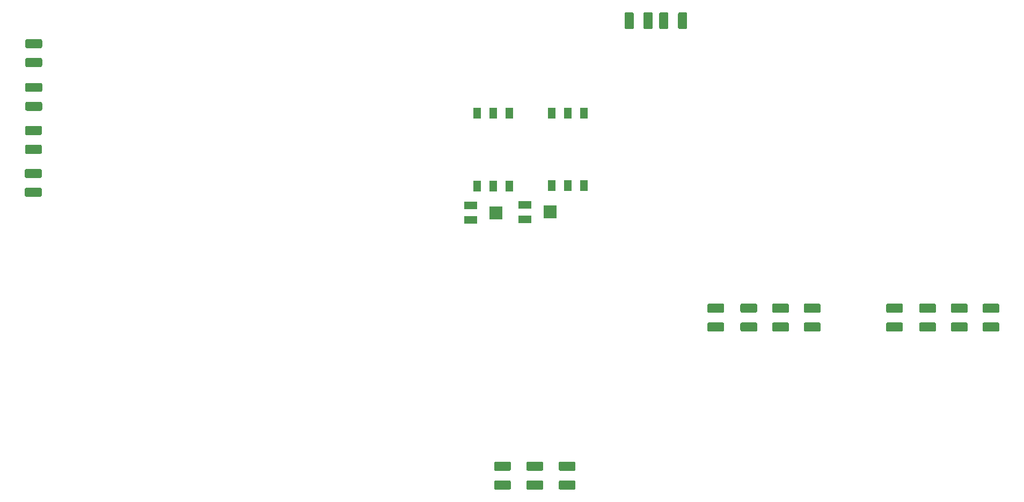
<source format=gtp>
G04 #@! TF.GenerationSoftware,KiCad,Pcbnew,5.1.5+dfsg1-2build2*
G04 #@! TF.CreationDate,2020-11-12T16:29:49+01:00*
G04 #@! TF.ProjectId,motherboard,6d6f7468-6572-4626-9f61-72642e6b6963,v0.3*
G04 #@! TF.SameCoordinates,Original*
G04 #@! TF.FileFunction,Paste,Top*
G04 #@! TF.FilePolarity,Positive*
%FSLAX46Y46*%
G04 Gerber Fmt 4.6, Leading zero omitted, Abs format (unit mm)*
G04 Created by KiCad (PCBNEW 5.1.5+dfsg1-2build2) date 2020-11-12 16:29:49*
%MOMM*%
%LPD*%
G04 APERTURE LIST*
%ADD10C,0.150000*%
%ADD11R,1.200000X1.800000*%
%ADD12R,2.000000X1.300000*%
%ADD13R,2.000000X2.000000*%
G04 APERTURE END LIST*
D10*
G36*
X123574504Y-64851204D02*
G01*
X123598773Y-64854804D01*
X123622571Y-64860765D01*
X123645671Y-64869030D01*
X123667849Y-64879520D01*
X123688893Y-64892133D01*
X123708598Y-64906747D01*
X123726777Y-64923223D01*
X123743253Y-64941402D01*
X123757867Y-64961107D01*
X123770480Y-64982151D01*
X123780970Y-65004329D01*
X123789235Y-65027429D01*
X123795196Y-65051227D01*
X123798796Y-65075496D01*
X123800000Y-65100000D01*
X123800000Y-67250000D01*
X123798796Y-67274504D01*
X123795196Y-67298773D01*
X123789235Y-67322571D01*
X123780970Y-67345671D01*
X123770480Y-67367849D01*
X123757867Y-67388893D01*
X123743253Y-67408598D01*
X123726777Y-67426777D01*
X123708598Y-67443253D01*
X123688893Y-67457867D01*
X123667849Y-67470480D01*
X123645671Y-67480970D01*
X123622571Y-67489235D01*
X123598773Y-67495196D01*
X123574504Y-67498796D01*
X123550000Y-67500000D01*
X122625000Y-67500000D01*
X122600496Y-67498796D01*
X122576227Y-67495196D01*
X122552429Y-67489235D01*
X122529329Y-67480970D01*
X122507151Y-67470480D01*
X122486107Y-67457867D01*
X122466402Y-67443253D01*
X122448223Y-67426777D01*
X122431747Y-67408598D01*
X122417133Y-67388893D01*
X122404520Y-67367849D01*
X122394030Y-67345671D01*
X122385765Y-67322571D01*
X122379804Y-67298773D01*
X122376204Y-67274504D01*
X122375000Y-67250000D01*
X122375000Y-65100000D01*
X122376204Y-65075496D01*
X122379804Y-65051227D01*
X122385765Y-65027429D01*
X122394030Y-65004329D01*
X122404520Y-64982151D01*
X122417133Y-64961107D01*
X122431747Y-64941402D01*
X122448223Y-64923223D01*
X122466402Y-64906747D01*
X122486107Y-64892133D01*
X122507151Y-64879520D01*
X122529329Y-64869030D01*
X122552429Y-64860765D01*
X122576227Y-64854804D01*
X122600496Y-64851204D01*
X122625000Y-64850000D01*
X123550000Y-64850000D01*
X123574504Y-64851204D01*
G37*
G36*
X126549504Y-64851204D02*
G01*
X126573773Y-64854804D01*
X126597571Y-64860765D01*
X126620671Y-64869030D01*
X126642849Y-64879520D01*
X126663893Y-64892133D01*
X126683598Y-64906747D01*
X126701777Y-64923223D01*
X126718253Y-64941402D01*
X126732867Y-64961107D01*
X126745480Y-64982151D01*
X126755970Y-65004329D01*
X126764235Y-65027429D01*
X126770196Y-65051227D01*
X126773796Y-65075496D01*
X126775000Y-65100000D01*
X126775000Y-67250000D01*
X126773796Y-67274504D01*
X126770196Y-67298773D01*
X126764235Y-67322571D01*
X126755970Y-67345671D01*
X126745480Y-67367849D01*
X126732867Y-67388893D01*
X126718253Y-67408598D01*
X126701777Y-67426777D01*
X126683598Y-67443253D01*
X126663893Y-67457867D01*
X126642849Y-67470480D01*
X126620671Y-67480970D01*
X126597571Y-67489235D01*
X126573773Y-67495196D01*
X126549504Y-67498796D01*
X126525000Y-67500000D01*
X125600000Y-67500000D01*
X125575496Y-67498796D01*
X125551227Y-67495196D01*
X125527429Y-67489235D01*
X125504329Y-67480970D01*
X125482151Y-67470480D01*
X125461107Y-67457867D01*
X125441402Y-67443253D01*
X125423223Y-67426777D01*
X125406747Y-67408598D01*
X125392133Y-67388893D01*
X125379520Y-67367849D01*
X125369030Y-67345671D01*
X125360765Y-67322571D01*
X125354804Y-67298773D01*
X125351204Y-67274504D01*
X125350000Y-67250000D01*
X125350000Y-65100000D01*
X125351204Y-65075496D01*
X125354804Y-65051227D01*
X125360765Y-65027429D01*
X125369030Y-65004329D01*
X125379520Y-64982151D01*
X125392133Y-64961107D01*
X125406747Y-64941402D01*
X125423223Y-64923223D01*
X125441402Y-64906747D01*
X125461107Y-64892133D01*
X125482151Y-64879520D01*
X125504329Y-64869030D01*
X125527429Y-64860765D01*
X125551227Y-64854804D01*
X125575496Y-64851204D01*
X125600000Y-64850000D01*
X126525000Y-64850000D01*
X126549504Y-64851204D01*
G37*
G36*
X131999504Y-64851204D02*
G01*
X132023773Y-64854804D01*
X132047571Y-64860765D01*
X132070671Y-64869030D01*
X132092849Y-64879520D01*
X132113893Y-64892133D01*
X132133598Y-64906747D01*
X132151777Y-64923223D01*
X132168253Y-64941402D01*
X132182867Y-64961107D01*
X132195480Y-64982151D01*
X132205970Y-65004329D01*
X132214235Y-65027429D01*
X132220196Y-65051227D01*
X132223796Y-65075496D01*
X132225000Y-65100000D01*
X132225000Y-67250000D01*
X132223796Y-67274504D01*
X132220196Y-67298773D01*
X132214235Y-67322571D01*
X132205970Y-67345671D01*
X132195480Y-67367849D01*
X132182867Y-67388893D01*
X132168253Y-67408598D01*
X132151777Y-67426777D01*
X132133598Y-67443253D01*
X132113893Y-67457867D01*
X132092849Y-67470480D01*
X132070671Y-67480970D01*
X132047571Y-67489235D01*
X132023773Y-67495196D01*
X131999504Y-67498796D01*
X131975000Y-67500000D01*
X131050000Y-67500000D01*
X131025496Y-67498796D01*
X131001227Y-67495196D01*
X130977429Y-67489235D01*
X130954329Y-67480970D01*
X130932151Y-67470480D01*
X130911107Y-67457867D01*
X130891402Y-67443253D01*
X130873223Y-67426777D01*
X130856747Y-67408598D01*
X130842133Y-67388893D01*
X130829520Y-67367849D01*
X130819030Y-67345671D01*
X130810765Y-67322571D01*
X130804804Y-67298773D01*
X130801204Y-67274504D01*
X130800000Y-67250000D01*
X130800000Y-65100000D01*
X130801204Y-65075496D01*
X130804804Y-65051227D01*
X130810765Y-65027429D01*
X130819030Y-65004329D01*
X130829520Y-64982151D01*
X130842133Y-64961107D01*
X130856747Y-64941402D01*
X130873223Y-64923223D01*
X130891402Y-64906747D01*
X130911107Y-64892133D01*
X130932151Y-64879520D01*
X130954329Y-64869030D01*
X130977429Y-64860765D01*
X131001227Y-64854804D01*
X131025496Y-64851204D01*
X131050000Y-64850000D01*
X131975000Y-64850000D01*
X131999504Y-64851204D01*
G37*
G36*
X129024504Y-64851204D02*
G01*
X129048773Y-64854804D01*
X129072571Y-64860765D01*
X129095671Y-64869030D01*
X129117849Y-64879520D01*
X129138893Y-64892133D01*
X129158598Y-64906747D01*
X129176777Y-64923223D01*
X129193253Y-64941402D01*
X129207867Y-64961107D01*
X129220480Y-64982151D01*
X129230970Y-65004329D01*
X129239235Y-65027429D01*
X129245196Y-65051227D01*
X129248796Y-65075496D01*
X129250000Y-65100000D01*
X129250000Y-67250000D01*
X129248796Y-67274504D01*
X129245196Y-67298773D01*
X129239235Y-67322571D01*
X129230970Y-67345671D01*
X129220480Y-67367849D01*
X129207867Y-67388893D01*
X129193253Y-67408598D01*
X129176777Y-67426777D01*
X129158598Y-67443253D01*
X129138893Y-67457867D01*
X129117849Y-67470480D01*
X129095671Y-67480970D01*
X129072571Y-67489235D01*
X129048773Y-67495196D01*
X129024504Y-67498796D01*
X129000000Y-67500000D01*
X128075000Y-67500000D01*
X128050496Y-67498796D01*
X128026227Y-67495196D01*
X128002429Y-67489235D01*
X127979329Y-67480970D01*
X127957151Y-67470480D01*
X127936107Y-67457867D01*
X127916402Y-67443253D01*
X127898223Y-67426777D01*
X127881747Y-67408598D01*
X127867133Y-67388893D01*
X127854520Y-67367849D01*
X127844030Y-67345671D01*
X127835765Y-67322571D01*
X127829804Y-67298773D01*
X127826204Y-67274504D01*
X127825000Y-67250000D01*
X127825000Y-65100000D01*
X127826204Y-65075496D01*
X127829804Y-65051227D01*
X127835765Y-65027429D01*
X127844030Y-65004329D01*
X127854520Y-64982151D01*
X127867133Y-64961107D01*
X127881747Y-64941402D01*
X127898223Y-64923223D01*
X127916402Y-64906747D01*
X127936107Y-64892133D01*
X127957151Y-64879520D01*
X127979329Y-64869030D01*
X128002429Y-64860765D01*
X128026227Y-64854804D01*
X128050496Y-64851204D01*
X128075000Y-64850000D01*
X129000000Y-64850000D01*
X129024504Y-64851204D01*
G37*
G36*
X30249504Y-76001204D02*
G01*
X30273773Y-76004804D01*
X30297571Y-76010765D01*
X30320671Y-76019030D01*
X30342849Y-76029520D01*
X30363893Y-76042133D01*
X30383598Y-76056747D01*
X30401777Y-76073223D01*
X30418253Y-76091402D01*
X30432867Y-76111107D01*
X30445480Y-76132151D01*
X30455970Y-76154329D01*
X30464235Y-76177429D01*
X30470196Y-76201227D01*
X30473796Y-76225496D01*
X30475000Y-76250000D01*
X30475000Y-77175000D01*
X30473796Y-77199504D01*
X30470196Y-77223773D01*
X30464235Y-77247571D01*
X30455970Y-77270671D01*
X30445480Y-77292849D01*
X30432867Y-77313893D01*
X30418253Y-77333598D01*
X30401777Y-77351777D01*
X30383598Y-77368253D01*
X30363893Y-77382867D01*
X30342849Y-77395480D01*
X30320671Y-77405970D01*
X30297571Y-77414235D01*
X30273773Y-77420196D01*
X30249504Y-77423796D01*
X30225000Y-77425000D01*
X28075000Y-77425000D01*
X28050496Y-77423796D01*
X28026227Y-77420196D01*
X28002429Y-77414235D01*
X27979329Y-77405970D01*
X27957151Y-77395480D01*
X27936107Y-77382867D01*
X27916402Y-77368253D01*
X27898223Y-77351777D01*
X27881747Y-77333598D01*
X27867133Y-77313893D01*
X27854520Y-77292849D01*
X27844030Y-77270671D01*
X27835765Y-77247571D01*
X27829804Y-77223773D01*
X27826204Y-77199504D01*
X27825000Y-77175000D01*
X27825000Y-76250000D01*
X27826204Y-76225496D01*
X27829804Y-76201227D01*
X27835765Y-76177429D01*
X27844030Y-76154329D01*
X27854520Y-76132151D01*
X27867133Y-76111107D01*
X27881747Y-76091402D01*
X27898223Y-76073223D01*
X27916402Y-76056747D01*
X27936107Y-76042133D01*
X27957151Y-76029520D01*
X27979329Y-76019030D01*
X28002429Y-76010765D01*
X28026227Y-76004804D01*
X28050496Y-76001204D01*
X28075000Y-76000000D01*
X30225000Y-76000000D01*
X30249504Y-76001204D01*
G37*
G36*
X30249504Y-78976204D02*
G01*
X30273773Y-78979804D01*
X30297571Y-78985765D01*
X30320671Y-78994030D01*
X30342849Y-79004520D01*
X30363893Y-79017133D01*
X30383598Y-79031747D01*
X30401777Y-79048223D01*
X30418253Y-79066402D01*
X30432867Y-79086107D01*
X30445480Y-79107151D01*
X30455970Y-79129329D01*
X30464235Y-79152429D01*
X30470196Y-79176227D01*
X30473796Y-79200496D01*
X30475000Y-79225000D01*
X30475000Y-80150000D01*
X30473796Y-80174504D01*
X30470196Y-80198773D01*
X30464235Y-80222571D01*
X30455970Y-80245671D01*
X30445480Y-80267849D01*
X30432867Y-80288893D01*
X30418253Y-80308598D01*
X30401777Y-80326777D01*
X30383598Y-80343253D01*
X30363893Y-80357867D01*
X30342849Y-80370480D01*
X30320671Y-80380970D01*
X30297571Y-80389235D01*
X30273773Y-80395196D01*
X30249504Y-80398796D01*
X30225000Y-80400000D01*
X28075000Y-80400000D01*
X28050496Y-80398796D01*
X28026227Y-80395196D01*
X28002429Y-80389235D01*
X27979329Y-80380970D01*
X27957151Y-80370480D01*
X27936107Y-80357867D01*
X27916402Y-80343253D01*
X27898223Y-80326777D01*
X27881747Y-80308598D01*
X27867133Y-80288893D01*
X27854520Y-80267849D01*
X27844030Y-80245671D01*
X27835765Y-80222571D01*
X27829804Y-80198773D01*
X27826204Y-80174504D01*
X27825000Y-80150000D01*
X27825000Y-79225000D01*
X27826204Y-79200496D01*
X27829804Y-79176227D01*
X27835765Y-79152429D01*
X27844030Y-79129329D01*
X27854520Y-79107151D01*
X27867133Y-79086107D01*
X27881747Y-79066402D01*
X27898223Y-79048223D01*
X27916402Y-79031747D01*
X27936107Y-79017133D01*
X27957151Y-79004520D01*
X27979329Y-78994030D01*
X28002429Y-78985765D01*
X28026227Y-78979804D01*
X28050496Y-78976204D01*
X28075000Y-78975000D01*
X30225000Y-78975000D01*
X30249504Y-78976204D01*
G37*
G36*
X30174504Y-89576204D02*
G01*
X30198773Y-89579804D01*
X30222571Y-89585765D01*
X30245671Y-89594030D01*
X30267849Y-89604520D01*
X30288893Y-89617133D01*
X30308598Y-89631747D01*
X30326777Y-89648223D01*
X30343253Y-89666402D01*
X30357867Y-89686107D01*
X30370480Y-89707151D01*
X30380970Y-89729329D01*
X30389235Y-89752429D01*
X30395196Y-89776227D01*
X30398796Y-89800496D01*
X30400000Y-89825000D01*
X30400000Y-90750000D01*
X30398796Y-90774504D01*
X30395196Y-90798773D01*
X30389235Y-90822571D01*
X30380970Y-90845671D01*
X30370480Y-90867849D01*
X30357867Y-90888893D01*
X30343253Y-90908598D01*
X30326777Y-90926777D01*
X30308598Y-90943253D01*
X30288893Y-90957867D01*
X30267849Y-90970480D01*
X30245671Y-90980970D01*
X30222571Y-90989235D01*
X30198773Y-90995196D01*
X30174504Y-90998796D01*
X30150000Y-91000000D01*
X28000000Y-91000000D01*
X27975496Y-90998796D01*
X27951227Y-90995196D01*
X27927429Y-90989235D01*
X27904329Y-90980970D01*
X27882151Y-90970480D01*
X27861107Y-90957867D01*
X27841402Y-90943253D01*
X27823223Y-90926777D01*
X27806747Y-90908598D01*
X27792133Y-90888893D01*
X27779520Y-90867849D01*
X27769030Y-90845671D01*
X27760765Y-90822571D01*
X27754804Y-90798773D01*
X27751204Y-90774504D01*
X27750000Y-90750000D01*
X27750000Y-89825000D01*
X27751204Y-89800496D01*
X27754804Y-89776227D01*
X27760765Y-89752429D01*
X27769030Y-89729329D01*
X27779520Y-89707151D01*
X27792133Y-89686107D01*
X27806747Y-89666402D01*
X27823223Y-89648223D01*
X27841402Y-89631747D01*
X27861107Y-89617133D01*
X27882151Y-89604520D01*
X27904329Y-89594030D01*
X27927429Y-89585765D01*
X27951227Y-89579804D01*
X27975496Y-89576204D01*
X28000000Y-89575000D01*
X30150000Y-89575000D01*
X30174504Y-89576204D01*
G37*
G36*
X30174504Y-92551204D02*
G01*
X30198773Y-92554804D01*
X30222571Y-92560765D01*
X30245671Y-92569030D01*
X30267849Y-92579520D01*
X30288893Y-92592133D01*
X30308598Y-92606747D01*
X30326777Y-92623223D01*
X30343253Y-92641402D01*
X30357867Y-92661107D01*
X30370480Y-92682151D01*
X30380970Y-92704329D01*
X30389235Y-92727429D01*
X30395196Y-92751227D01*
X30398796Y-92775496D01*
X30400000Y-92800000D01*
X30400000Y-93725000D01*
X30398796Y-93749504D01*
X30395196Y-93773773D01*
X30389235Y-93797571D01*
X30380970Y-93820671D01*
X30370480Y-93842849D01*
X30357867Y-93863893D01*
X30343253Y-93883598D01*
X30326777Y-93901777D01*
X30308598Y-93918253D01*
X30288893Y-93932867D01*
X30267849Y-93945480D01*
X30245671Y-93955970D01*
X30222571Y-93964235D01*
X30198773Y-93970196D01*
X30174504Y-93973796D01*
X30150000Y-93975000D01*
X28000000Y-93975000D01*
X27975496Y-93973796D01*
X27951227Y-93970196D01*
X27927429Y-93964235D01*
X27904329Y-93955970D01*
X27882151Y-93945480D01*
X27861107Y-93932867D01*
X27841402Y-93918253D01*
X27823223Y-93901777D01*
X27806747Y-93883598D01*
X27792133Y-93863893D01*
X27779520Y-93842849D01*
X27769030Y-93820671D01*
X27760765Y-93797571D01*
X27754804Y-93773773D01*
X27751204Y-93749504D01*
X27750000Y-93725000D01*
X27750000Y-92800000D01*
X27751204Y-92775496D01*
X27754804Y-92751227D01*
X27760765Y-92727429D01*
X27769030Y-92704329D01*
X27779520Y-92682151D01*
X27792133Y-92661107D01*
X27806747Y-92641402D01*
X27823223Y-92623223D01*
X27841402Y-92606747D01*
X27861107Y-92592133D01*
X27882151Y-92579520D01*
X27904329Y-92569030D01*
X27927429Y-92560765D01*
X27951227Y-92554804D01*
X27975496Y-92551204D01*
X28000000Y-92550000D01*
X30150000Y-92550000D01*
X30174504Y-92551204D01*
G37*
G36*
X30249504Y-69101204D02*
G01*
X30273773Y-69104804D01*
X30297571Y-69110765D01*
X30320671Y-69119030D01*
X30342849Y-69129520D01*
X30363893Y-69142133D01*
X30383598Y-69156747D01*
X30401777Y-69173223D01*
X30418253Y-69191402D01*
X30432867Y-69211107D01*
X30445480Y-69232151D01*
X30455970Y-69254329D01*
X30464235Y-69277429D01*
X30470196Y-69301227D01*
X30473796Y-69325496D01*
X30475000Y-69350000D01*
X30475000Y-70275000D01*
X30473796Y-70299504D01*
X30470196Y-70323773D01*
X30464235Y-70347571D01*
X30455970Y-70370671D01*
X30445480Y-70392849D01*
X30432867Y-70413893D01*
X30418253Y-70433598D01*
X30401777Y-70451777D01*
X30383598Y-70468253D01*
X30363893Y-70482867D01*
X30342849Y-70495480D01*
X30320671Y-70505970D01*
X30297571Y-70514235D01*
X30273773Y-70520196D01*
X30249504Y-70523796D01*
X30225000Y-70525000D01*
X28075000Y-70525000D01*
X28050496Y-70523796D01*
X28026227Y-70520196D01*
X28002429Y-70514235D01*
X27979329Y-70505970D01*
X27957151Y-70495480D01*
X27936107Y-70482867D01*
X27916402Y-70468253D01*
X27898223Y-70451777D01*
X27881747Y-70433598D01*
X27867133Y-70413893D01*
X27854520Y-70392849D01*
X27844030Y-70370671D01*
X27835765Y-70347571D01*
X27829804Y-70323773D01*
X27826204Y-70299504D01*
X27825000Y-70275000D01*
X27825000Y-69350000D01*
X27826204Y-69325496D01*
X27829804Y-69301227D01*
X27835765Y-69277429D01*
X27844030Y-69254329D01*
X27854520Y-69232151D01*
X27867133Y-69211107D01*
X27881747Y-69191402D01*
X27898223Y-69173223D01*
X27916402Y-69156747D01*
X27936107Y-69142133D01*
X27957151Y-69129520D01*
X27979329Y-69119030D01*
X28002429Y-69110765D01*
X28026227Y-69104804D01*
X28050496Y-69101204D01*
X28075000Y-69100000D01*
X30225000Y-69100000D01*
X30249504Y-69101204D01*
G37*
G36*
X30249504Y-72076204D02*
G01*
X30273773Y-72079804D01*
X30297571Y-72085765D01*
X30320671Y-72094030D01*
X30342849Y-72104520D01*
X30363893Y-72117133D01*
X30383598Y-72131747D01*
X30401777Y-72148223D01*
X30418253Y-72166402D01*
X30432867Y-72186107D01*
X30445480Y-72207151D01*
X30455970Y-72229329D01*
X30464235Y-72252429D01*
X30470196Y-72276227D01*
X30473796Y-72300496D01*
X30475000Y-72325000D01*
X30475000Y-73250000D01*
X30473796Y-73274504D01*
X30470196Y-73298773D01*
X30464235Y-73322571D01*
X30455970Y-73345671D01*
X30445480Y-73367849D01*
X30432867Y-73388893D01*
X30418253Y-73408598D01*
X30401777Y-73426777D01*
X30383598Y-73443253D01*
X30363893Y-73457867D01*
X30342849Y-73470480D01*
X30320671Y-73480970D01*
X30297571Y-73489235D01*
X30273773Y-73495196D01*
X30249504Y-73498796D01*
X30225000Y-73500000D01*
X28075000Y-73500000D01*
X28050496Y-73498796D01*
X28026227Y-73495196D01*
X28002429Y-73489235D01*
X27979329Y-73480970D01*
X27957151Y-73470480D01*
X27936107Y-73457867D01*
X27916402Y-73443253D01*
X27898223Y-73426777D01*
X27881747Y-73408598D01*
X27867133Y-73388893D01*
X27854520Y-73367849D01*
X27844030Y-73345671D01*
X27835765Y-73322571D01*
X27829804Y-73298773D01*
X27826204Y-73274504D01*
X27825000Y-73250000D01*
X27825000Y-72325000D01*
X27826204Y-72300496D01*
X27829804Y-72276227D01*
X27835765Y-72252429D01*
X27844030Y-72229329D01*
X27854520Y-72207151D01*
X27867133Y-72186107D01*
X27881747Y-72166402D01*
X27898223Y-72148223D01*
X27916402Y-72131747D01*
X27936107Y-72117133D01*
X27957151Y-72104520D01*
X27979329Y-72094030D01*
X28002429Y-72085765D01*
X28026227Y-72079804D01*
X28050496Y-72076204D01*
X28075000Y-72075000D01*
X30225000Y-72075000D01*
X30249504Y-72076204D01*
G37*
G36*
X30199504Y-82801204D02*
G01*
X30223773Y-82804804D01*
X30247571Y-82810765D01*
X30270671Y-82819030D01*
X30292849Y-82829520D01*
X30313893Y-82842133D01*
X30333598Y-82856747D01*
X30351777Y-82873223D01*
X30368253Y-82891402D01*
X30382867Y-82911107D01*
X30395480Y-82932151D01*
X30405970Y-82954329D01*
X30414235Y-82977429D01*
X30420196Y-83001227D01*
X30423796Y-83025496D01*
X30425000Y-83050000D01*
X30425000Y-83975000D01*
X30423796Y-83999504D01*
X30420196Y-84023773D01*
X30414235Y-84047571D01*
X30405970Y-84070671D01*
X30395480Y-84092849D01*
X30382867Y-84113893D01*
X30368253Y-84133598D01*
X30351777Y-84151777D01*
X30333598Y-84168253D01*
X30313893Y-84182867D01*
X30292849Y-84195480D01*
X30270671Y-84205970D01*
X30247571Y-84214235D01*
X30223773Y-84220196D01*
X30199504Y-84223796D01*
X30175000Y-84225000D01*
X28025000Y-84225000D01*
X28000496Y-84223796D01*
X27976227Y-84220196D01*
X27952429Y-84214235D01*
X27929329Y-84205970D01*
X27907151Y-84195480D01*
X27886107Y-84182867D01*
X27866402Y-84168253D01*
X27848223Y-84151777D01*
X27831747Y-84133598D01*
X27817133Y-84113893D01*
X27804520Y-84092849D01*
X27794030Y-84070671D01*
X27785765Y-84047571D01*
X27779804Y-84023773D01*
X27776204Y-83999504D01*
X27775000Y-83975000D01*
X27775000Y-83050000D01*
X27776204Y-83025496D01*
X27779804Y-83001227D01*
X27785765Y-82977429D01*
X27794030Y-82954329D01*
X27804520Y-82932151D01*
X27817133Y-82911107D01*
X27831747Y-82891402D01*
X27848223Y-82873223D01*
X27866402Y-82856747D01*
X27886107Y-82842133D01*
X27907151Y-82829520D01*
X27929329Y-82819030D01*
X27952429Y-82810765D01*
X27976227Y-82804804D01*
X28000496Y-82801204D01*
X28025000Y-82800000D01*
X30175000Y-82800000D01*
X30199504Y-82801204D01*
G37*
G36*
X30199504Y-85776204D02*
G01*
X30223773Y-85779804D01*
X30247571Y-85785765D01*
X30270671Y-85794030D01*
X30292849Y-85804520D01*
X30313893Y-85817133D01*
X30333598Y-85831747D01*
X30351777Y-85848223D01*
X30368253Y-85866402D01*
X30382867Y-85886107D01*
X30395480Y-85907151D01*
X30405970Y-85929329D01*
X30414235Y-85952429D01*
X30420196Y-85976227D01*
X30423796Y-86000496D01*
X30425000Y-86025000D01*
X30425000Y-86950000D01*
X30423796Y-86974504D01*
X30420196Y-86998773D01*
X30414235Y-87022571D01*
X30405970Y-87045671D01*
X30395480Y-87067849D01*
X30382867Y-87088893D01*
X30368253Y-87108598D01*
X30351777Y-87126777D01*
X30333598Y-87143253D01*
X30313893Y-87157867D01*
X30292849Y-87170480D01*
X30270671Y-87180970D01*
X30247571Y-87189235D01*
X30223773Y-87195196D01*
X30199504Y-87198796D01*
X30175000Y-87200000D01*
X28025000Y-87200000D01*
X28000496Y-87198796D01*
X27976227Y-87195196D01*
X27952429Y-87189235D01*
X27929329Y-87180970D01*
X27907151Y-87170480D01*
X27886107Y-87157867D01*
X27866402Y-87143253D01*
X27848223Y-87126777D01*
X27831747Y-87108598D01*
X27817133Y-87088893D01*
X27804520Y-87067849D01*
X27794030Y-87045671D01*
X27785765Y-87022571D01*
X27779804Y-86998773D01*
X27776204Y-86974504D01*
X27775000Y-86950000D01*
X27775000Y-86025000D01*
X27776204Y-86000496D01*
X27779804Y-85976227D01*
X27785765Y-85952429D01*
X27794030Y-85929329D01*
X27804520Y-85907151D01*
X27817133Y-85886107D01*
X27831747Y-85866402D01*
X27848223Y-85848223D01*
X27866402Y-85831747D01*
X27886107Y-85817133D01*
X27907151Y-85804520D01*
X27929329Y-85794030D01*
X27952429Y-85785765D01*
X27976227Y-85779804D01*
X28000496Y-85776204D01*
X28025000Y-85775000D01*
X30175000Y-85775000D01*
X30199504Y-85776204D01*
G37*
D11*
X104140000Y-80800000D03*
X101600000Y-80800000D03*
X99060000Y-80800000D03*
X104140000Y-92300000D03*
X101600000Y-92300000D03*
X99060000Y-92300000D03*
X115940000Y-80750000D03*
X113400000Y-80750000D03*
X110860000Y-80750000D03*
X115940000Y-92250000D03*
X113400000Y-92250000D03*
X110860000Y-92250000D03*
D10*
G36*
X148049504Y-113826204D02*
G01*
X148073773Y-113829804D01*
X148097571Y-113835765D01*
X148120671Y-113844030D01*
X148142849Y-113854520D01*
X148163893Y-113867133D01*
X148183598Y-113881747D01*
X148201777Y-113898223D01*
X148218253Y-113916402D01*
X148232867Y-113936107D01*
X148245480Y-113957151D01*
X148255970Y-113979329D01*
X148264235Y-114002429D01*
X148270196Y-114026227D01*
X148273796Y-114050496D01*
X148275000Y-114075000D01*
X148275000Y-115000000D01*
X148273796Y-115024504D01*
X148270196Y-115048773D01*
X148264235Y-115072571D01*
X148255970Y-115095671D01*
X148245480Y-115117849D01*
X148232867Y-115138893D01*
X148218253Y-115158598D01*
X148201777Y-115176777D01*
X148183598Y-115193253D01*
X148163893Y-115207867D01*
X148142849Y-115220480D01*
X148120671Y-115230970D01*
X148097571Y-115239235D01*
X148073773Y-115245196D01*
X148049504Y-115248796D01*
X148025000Y-115250000D01*
X145875000Y-115250000D01*
X145850496Y-115248796D01*
X145826227Y-115245196D01*
X145802429Y-115239235D01*
X145779329Y-115230970D01*
X145757151Y-115220480D01*
X145736107Y-115207867D01*
X145716402Y-115193253D01*
X145698223Y-115176777D01*
X145681747Y-115158598D01*
X145667133Y-115138893D01*
X145654520Y-115117849D01*
X145644030Y-115095671D01*
X145635765Y-115072571D01*
X145629804Y-115048773D01*
X145626204Y-115024504D01*
X145625000Y-115000000D01*
X145625000Y-114075000D01*
X145626204Y-114050496D01*
X145629804Y-114026227D01*
X145635765Y-114002429D01*
X145644030Y-113979329D01*
X145654520Y-113957151D01*
X145667133Y-113936107D01*
X145681747Y-113916402D01*
X145698223Y-113898223D01*
X145716402Y-113881747D01*
X145736107Y-113867133D01*
X145757151Y-113854520D01*
X145779329Y-113844030D01*
X145802429Y-113835765D01*
X145826227Y-113829804D01*
X145850496Y-113826204D01*
X145875000Y-113825000D01*
X148025000Y-113825000D01*
X148049504Y-113826204D01*
G37*
G36*
X148049504Y-110851204D02*
G01*
X148073773Y-110854804D01*
X148097571Y-110860765D01*
X148120671Y-110869030D01*
X148142849Y-110879520D01*
X148163893Y-110892133D01*
X148183598Y-110906747D01*
X148201777Y-110923223D01*
X148218253Y-110941402D01*
X148232867Y-110961107D01*
X148245480Y-110982151D01*
X148255970Y-111004329D01*
X148264235Y-111027429D01*
X148270196Y-111051227D01*
X148273796Y-111075496D01*
X148275000Y-111100000D01*
X148275000Y-112025000D01*
X148273796Y-112049504D01*
X148270196Y-112073773D01*
X148264235Y-112097571D01*
X148255970Y-112120671D01*
X148245480Y-112142849D01*
X148232867Y-112163893D01*
X148218253Y-112183598D01*
X148201777Y-112201777D01*
X148183598Y-112218253D01*
X148163893Y-112232867D01*
X148142849Y-112245480D01*
X148120671Y-112255970D01*
X148097571Y-112264235D01*
X148073773Y-112270196D01*
X148049504Y-112273796D01*
X148025000Y-112275000D01*
X145875000Y-112275000D01*
X145850496Y-112273796D01*
X145826227Y-112270196D01*
X145802429Y-112264235D01*
X145779329Y-112255970D01*
X145757151Y-112245480D01*
X145736107Y-112232867D01*
X145716402Y-112218253D01*
X145698223Y-112201777D01*
X145681747Y-112183598D01*
X145667133Y-112163893D01*
X145654520Y-112142849D01*
X145644030Y-112120671D01*
X145635765Y-112097571D01*
X145629804Y-112073773D01*
X145626204Y-112049504D01*
X145625000Y-112025000D01*
X145625000Y-111100000D01*
X145626204Y-111075496D01*
X145629804Y-111051227D01*
X145635765Y-111027429D01*
X145644030Y-111004329D01*
X145654520Y-110982151D01*
X145667133Y-110961107D01*
X145681747Y-110941402D01*
X145698223Y-110923223D01*
X145716402Y-110906747D01*
X145736107Y-110892133D01*
X145757151Y-110879520D01*
X145779329Y-110869030D01*
X145802429Y-110860765D01*
X145826227Y-110854804D01*
X145850496Y-110851204D01*
X145875000Y-110850000D01*
X148025000Y-110850000D01*
X148049504Y-110851204D01*
G37*
G36*
X176249504Y-113826204D02*
G01*
X176273773Y-113829804D01*
X176297571Y-113835765D01*
X176320671Y-113844030D01*
X176342849Y-113854520D01*
X176363893Y-113867133D01*
X176383598Y-113881747D01*
X176401777Y-113898223D01*
X176418253Y-113916402D01*
X176432867Y-113936107D01*
X176445480Y-113957151D01*
X176455970Y-113979329D01*
X176464235Y-114002429D01*
X176470196Y-114026227D01*
X176473796Y-114050496D01*
X176475000Y-114075000D01*
X176475000Y-115000000D01*
X176473796Y-115024504D01*
X176470196Y-115048773D01*
X176464235Y-115072571D01*
X176455970Y-115095671D01*
X176445480Y-115117849D01*
X176432867Y-115138893D01*
X176418253Y-115158598D01*
X176401777Y-115176777D01*
X176383598Y-115193253D01*
X176363893Y-115207867D01*
X176342849Y-115220480D01*
X176320671Y-115230970D01*
X176297571Y-115239235D01*
X176273773Y-115245196D01*
X176249504Y-115248796D01*
X176225000Y-115250000D01*
X174075000Y-115250000D01*
X174050496Y-115248796D01*
X174026227Y-115245196D01*
X174002429Y-115239235D01*
X173979329Y-115230970D01*
X173957151Y-115220480D01*
X173936107Y-115207867D01*
X173916402Y-115193253D01*
X173898223Y-115176777D01*
X173881747Y-115158598D01*
X173867133Y-115138893D01*
X173854520Y-115117849D01*
X173844030Y-115095671D01*
X173835765Y-115072571D01*
X173829804Y-115048773D01*
X173826204Y-115024504D01*
X173825000Y-115000000D01*
X173825000Y-114075000D01*
X173826204Y-114050496D01*
X173829804Y-114026227D01*
X173835765Y-114002429D01*
X173844030Y-113979329D01*
X173854520Y-113957151D01*
X173867133Y-113936107D01*
X173881747Y-113916402D01*
X173898223Y-113898223D01*
X173916402Y-113881747D01*
X173936107Y-113867133D01*
X173957151Y-113854520D01*
X173979329Y-113844030D01*
X174002429Y-113835765D01*
X174026227Y-113829804D01*
X174050496Y-113826204D01*
X174075000Y-113825000D01*
X176225000Y-113825000D01*
X176249504Y-113826204D01*
G37*
G36*
X176249504Y-110851204D02*
G01*
X176273773Y-110854804D01*
X176297571Y-110860765D01*
X176320671Y-110869030D01*
X176342849Y-110879520D01*
X176363893Y-110892133D01*
X176383598Y-110906747D01*
X176401777Y-110923223D01*
X176418253Y-110941402D01*
X176432867Y-110961107D01*
X176445480Y-110982151D01*
X176455970Y-111004329D01*
X176464235Y-111027429D01*
X176470196Y-111051227D01*
X176473796Y-111075496D01*
X176475000Y-111100000D01*
X176475000Y-112025000D01*
X176473796Y-112049504D01*
X176470196Y-112073773D01*
X176464235Y-112097571D01*
X176455970Y-112120671D01*
X176445480Y-112142849D01*
X176432867Y-112163893D01*
X176418253Y-112183598D01*
X176401777Y-112201777D01*
X176383598Y-112218253D01*
X176363893Y-112232867D01*
X176342849Y-112245480D01*
X176320671Y-112255970D01*
X176297571Y-112264235D01*
X176273773Y-112270196D01*
X176249504Y-112273796D01*
X176225000Y-112275000D01*
X174075000Y-112275000D01*
X174050496Y-112273796D01*
X174026227Y-112270196D01*
X174002429Y-112264235D01*
X173979329Y-112255970D01*
X173957151Y-112245480D01*
X173936107Y-112232867D01*
X173916402Y-112218253D01*
X173898223Y-112201777D01*
X173881747Y-112183598D01*
X173867133Y-112163893D01*
X173854520Y-112142849D01*
X173844030Y-112120671D01*
X173835765Y-112097571D01*
X173829804Y-112073773D01*
X173826204Y-112049504D01*
X173825000Y-112025000D01*
X173825000Y-111100000D01*
X173826204Y-111075496D01*
X173829804Y-111051227D01*
X173835765Y-111027429D01*
X173844030Y-111004329D01*
X173854520Y-110982151D01*
X173867133Y-110961107D01*
X173881747Y-110941402D01*
X173898223Y-110923223D01*
X173916402Y-110906747D01*
X173936107Y-110892133D01*
X173957151Y-110879520D01*
X173979329Y-110869030D01*
X174002429Y-110860765D01*
X174026227Y-110854804D01*
X174050496Y-110851204D01*
X174075000Y-110850000D01*
X176225000Y-110850000D01*
X176249504Y-110851204D01*
G37*
G36*
X143049504Y-110851204D02*
G01*
X143073773Y-110854804D01*
X143097571Y-110860765D01*
X143120671Y-110869030D01*
X143142849Y-110879520D01*
X143163893Y-110892133D01*
X143183598Y-110906747D01*
X143201777Y-110923223D01*
X143218253Y-110941402D01*
X143232867Y-110961107D01*
X143245480Y-110982151D01*
X143255970Y-111004329D01*
X143264235Y-111027429D01*
X143270196Y-111051227D01*
X143273796Y-111075496D01*
X143275000Y-111100000D01*
X143275000Y-112025000D01*
X143273796Y-112049504D01*
X143270196Y-112073773D01*
X143264235Y-112097571D01*
X143255970Y-112120671D01*
X143245480Y-112142849D01*
X143232867Y-112163893D01*
X143218253Y-112183598D01*
X143201777Y-112201777D01*
X143183598Y-112218253D01*
X143163893Y-112232867D01*
X143142849Y-112245480D01*
X143120671Y-112255970D01*
X143097571Y-112264235D01*
X143073773Y-112270196D01*
X143049504Y-112273796D01*
X143025000Y-112275000D01*
X140875000Y-112275000D01*
X140850496Y-112273796D01*
X140826227Y-112270196D01*
X140802429Y-112264235D01*
X140779329Y-112255970D01*
X140757151Y-112245480D01*
X140736107Y-112232867D01*
X140716402Y-112218253D01*
X140698223Y-112201777D01*
X140681747Y-112183598D01*
X140667133Y-112163893D01*
X140654520Y-112142849D01*
X140644030Y-112120671D01*
X140635765Y-112097571D01*
X140629804Y-112073773D01*
X140626204Y-112049504D01*
X140625000Y-112025000D01*
X140625000Y-111100000D01*
X140626204Y-111075496D01*
X140629804Y-111051227D01*
X140635765Y-111027429D01*
X140644030Y-111004329D01*
X140654520Y-110982151D01*
X140667133Y-110961107D01*
X140681747Y-110941402D01*
X140698223Y-110923223D01*
X140716402Y-110906747D01*
X140736107Y-110892133D01*
X140757151Y-110879520D01*
X140779329Y-110869030D01*
X140802429Y-110860765D01*
X140826227Y-110854804D01*
X140850496Y-110851204D01*
X140875000Y-110850000D01*
X143025000Y-110850000D01*
X143049504Y-110851204D01*
G37*
G36*
X143049504Y-113826204D02*
G01*
X143073773Y-113829804D01*
X143097571Y-113835765D01*
X143120671Y-113844030D01*
X143142849Y-113854520D01*
X143163893Y-113867133D01*
X143183598Y-113881747D01*
X143201777Y-113898223D01*
X143218253Y-113916402D01*
X143232867Y-113936107D01*
X143245480Y-113957151D01*
X143255970Y-113979329D01*
X143264235Y-114002429D01*
X143270196Y-114026227D01*
X143273796Y-114050496D01*
X143275000Y-114075000D01*
X143275000Y-115000000D01*
X143273796Y-115024504D01*
X143270196Y-115048773D01*
X143264235Y-115072571D01*
X143255970Y-115095671D01*
X143245480Y-115117849D01*
X143232867Y-115138893D01*
X143218253Y-115158598D01*
X143201777Y-115176777D01*
X143183598Y-115193253D01*
X143163893Y-115207867D01*
X143142849Y-115220480D01*
X143120671Y-115230970D01*
X143097571Y-115239235D01*
X143073773Y-115245196D01*
X143049504Y-115248796D01*
X143025000Y-115250000D01*
X140875000Y-115250000D01*
X140850496Y-115248796D01*
X140826227Y-115245196D01*
X140802429Y-115239235D01*
X140779329Y-115230970D01*
X140757151Y-115220480D01*
X140736107Y-115207867D01*
X140716402Y-115193253D01*
X140698223Y-115176777D01*
X140681747Y-115158598D01*
X140667133Y-115138893D01*
X140654520Y-115117849D01*
X140644030Y-115095671D01*
X140635765Y-115072571D01*
X140629804Y-115048773D01*
X140626204Y-115024504D01*
X140625000Y-115000000D01*
X140625000Y-114075000D01*
X140626204Y-114050496D01*
X140629804Y-114026227D01*
X140635765Y-114002429D01*
X140644030Y-113979329D01*
X140654520Y-113957151D01*
X140667133Y-113936107D01*
X140681747Y-113916402D01*
X140698223Y-113898223D01*
X140716402Y-113881747D01*
X140736107Y-113867133D01*
X140757151Y-113854520D01*
X140779329Y-113844030D01*
X140802429Y-113835765D01*
X140826227Y-113829804D01*
X140850496Y-113826204D01*
X140875000Y-113825000D01*
X143025000Y-113825000D01*
X143049504Y-113826204D01*
G37*
G36*
X137849504Y-113826204D02*
G01*
X137873773Y-113829804D01*
X137897571Y-113835765D01*
X137920671Y-113844030D01*
X137942849Y-113854520D01*
X137963893Y-113867133D01*
X137983598Y-113881747D01*
X138001777Y-113898223D01*
X138018253Y-113916402D01*
X138032867Y-113936107D01*
X138045480Y-113957151D01*
X138055970Y-113979329D01*
X138064235Y-114002429D01*
X138070196Y-114026227D01*
X138073796Y-114050496D01*
X138075000Y-114075000D01*
X138075000Y-115000000D01*
X138073796Y-115024504D01*
X138070196Y-115048773D01*
X138064235Y-115072571D01*
X138055970Y-115095671D01*
X138045480Y-115117849D01*
X138032867Y-115138893D01*
X138018253Y-115158598D01*
X138001777Y-115176777D01*
X137983598Y-115193253D01*
X137963893Y-115207867D01*
X137942849Y-115220480D01*
X137920671Y-115230970D01*
X137897571Y-115239235D01*
X137873773Y-115245196D01*
X137849504Y-115248796D01*
X137825000Y-115250000D01*
X135675000Y-115250000D01*
X135650496Y-115248796D01*
X135626227Y-115245196D01*
X135602429Y-115239235D01*
X135579329Y-115230970D01*
X135557151Y-115220480D01*
X135536107Y-115207867D01*
X135516402Y-115193253D01*
X135498223Y-115176777D01*
X135481747Y-115158598D01*
X135467133Y-115138893D01*
X135454520Y-115117849D01*
X135444030Y-115095671D01*
X135435765Y-115072571D01*
X135429804Y-115048773D01*
X135426204Y-115024504D01*
X135425000Y-115000000D01*
X135425000Y-114075000D01*
X135426204Y-114050496D01*
X135429804Y-114026227D01*
X135435765Y-114002429D01*
X135444030Y-113979329D01*
X135454520Y-113957151D01*
X135467133Y-113936107D01*
X135481747Y-113916402D01*
X135498223Y-113898223D01*
X135516402Y-113881747D01*
X135536107Y-113867133D01*
X135557151Y-113854520D01*
X135579329Y-113844030D01*
X135602429Y-113835765D01*
X135626227Y-113829804D01*
X135650496Y-113826204D01*
X135675000Y-113825000D01*
X137825000Y-113825000D01*
X137849504Y-113826204D01*
G37*
G36*
X137849504Y-110851204D02*
G01*
X137873773Y-110854804D01*
X137897571Y-110860765D01*
X137920671Y-110869030D01*
X137942849Y-110879520D01*
X137963893Y-110892133D01*
X137983598Y-110906747D01*
X138001777Y-110923223D01*
X138018253Y-110941402D01*
X138032867Y-110961107D01*
X138045480Y-110982151D01*
X138055970Y-111004329D01*
X138064235Y-111027429D01*
X138070196Y-111051227D01*
X138073796Y-111075496D01*
X138075000Y-111100000D01*
X138075000Y-112025000D01*
X138073796Y-112049504D01*
X138070196Y-112073773D01*
X138064235Y-112097571D01*
X138055970Y-112120671D01*
X138045480Y-112142849D01*
X138032867Y-112163893D01*
X138018253Y-112183598D01*
X138001777Y-112201777D01*
X137983598Y-112218253D01*
X137963893Y-112232867D01*
X137942849Y-112245480D01*
X137920671Y-112255970D01*
X137897571Y-112264235D01*
X137873773Y-112270196D01*
X137849504Y-112273796D01*
X137825000Y-112275000D01*
X135675000Y-112275000D01*
X135650496Y-112273796D01*
X135626227Y-112270196D01*
X135602429Y-112264235D01*
X135579329Y-112255970D01*
X135557151Y-112245480D01*
X135536107Y-112232867D01*
X135516402Y-112218253D01*
X135498223Y-112201777D01*
X135481747Y-112183598D01*
X135467133Y-112163893D01*
X135454520Y-112142849D01*
X135444030Y-112120671D01*
X135435765Y-112097571D01*
X135429804Y-112073773D01*
X135426204Y-112049504D01*
X135425000Y-112025000D01*
X135425000Y-111100000D01*
X135426204Y-111075496D01*
X135429804Y-111051227D01*
X135435765Y-111027429D01*
X135444030Y-111004329D01*
X135454520Y-110982151D01*
X135467133Y-110961107D01*
X135481747Y-110941402D01*
X135498223Y-110923223D01*
X135516402Y-110906747D01*
X135536107Y-110892133D01*
X135557151Y-110879520D01*
X135579329Y-110869030D01*
X135602429Y-110860765D01*
X135626227Y-110854804D01*
X135650496Y-110851204D01*
X135675000Y-110850000D01*
X137825000Y-110850000D01*
X137849504Y-110851204D01*
G37*
G36*
X171249504Y-110851204D02*
G01*
X171273773Y-110854804D01*
X171297571Y-110860765D01*
X171320671Y-110869030D01*
X171342849Y-110879520D01*
X171363893Y-110892133D01*
X171383598Y-110906747D01*
X171401777Y-110923223D01*
X171418253Y-110941402D01*
X171432867Y-110961107D01*
X171445480Y-110982151D01*
X171455970Y-111004329D01*
X171464235Y-111027429D01*
X171470196Y-111051227D01*
X171473796Y-111075496D01*
X171475000Y-111100000D01*
X171475000Y-112025000D01*
X171473796Y-112049504D01*
X171470196Y-112073773D01*
X171464235Y-112097571D01*
X171455970Y-112120671D01*
X171445480Y-112142849D01*
X171432867Y-112163893D01*
X171418253Y-112183598D01*
X171401777Y-112201777D01*
X171383598Y-112218253D01*
X171363893Y-112232867D01*
X171342849Y-112245480D01*
X171320671Y-112255970D01*
X171297571Y-112264235D01*
X171273773Y-112270196D01*
X171249504Y-112273796D01*
X171225000Y-112275000D01*
X169075000Y-112275000D01*
X169050496Y-112273796D01*
X169026227Y-112270196D01*
X169002429Y-112264235D01*
X168979329Y-112255970D01*
X168957151Y-112245480D01*
X168936107Y-112232867D01*
X168916402Y-112218253D01*
X168898223Y-112201777D01*
X168881747Y-112183598D01*
X168867133Y-112163893D01*
X168854520Y-112142849D01*
X168844030Y-112120671D01*
X168835765Y-112097571D01*
X168829804Y-112073773D01*
X168826204Y-112049504D01*
X168825000Y-112025000D01*
X168825000Y-111100000D01*
X168826204Y-111075496D01*
X168829804Y-111051227D01*
X168835765Y-111027429D01*
X168844030Y-111004329D01*
X168854520Y-110982151D01*
X168867133Y-110961107D01*
X168881747Y-110941402D01*
X168898223Y-110923223D01*
X168916402Y-110906747D01*
X168936107Y-110892133D01*
X168957151Y-110879520D01*
X168979329Y-110869030D01*
X169002429Y-110860765D01*
X169026227Y-110854804D01*
X169050496Y-110851204D01*
X169075000Y-110850000D01*
X171225000Y-110850000D01*
X171249504Y-110851204D01*
G37*
G36*
X171249504Y-113826204D02*
G01*
X171273773Y-113829804D01*
X171297571Y-113835765D01*
X171320671Y-113844030D01*
X171342849Y-113854520D01*
X171363893Y-113867133D01*
X171383598Y-113881747D01*
X171401777Y-113898223D01*
X171418253Y-113916402D01*
X171432867Y-113936107D01*
X171445480Y-113957151D01*
X171455970Y-113979329D01*
X171464235Y-114002429D01*
X171470196Y-114026227D01*
X171473796Y-114050496D01*
X171475000Y-114075000D01*
X171475000Y-115000000D01*
X171473796Y-115024504D01*
X171470196Y-115048773D01*
X171464235Y-115072571D01*
X171455970Y-115095671D01*
X171445480Y-115117849D01*
X171432867Y-115138893D01*
X171418253Y-115158598D01*
X171401777Y-115176777D01*
X171383598Y-115193253D01*
X171363893Y-115207867D01*
X171342849Y-115220480D01*
X171320671Y-115230970D01*
X171297571Y-115239235D01*
X171273773Y-115245196D01*
X171249504Y-115248796D01*
X171225000Y-115250000D01*
X169075000Y-115250000D01*
X169050496Y-115248796D01*
X169026227Y-115245196D01*
X169002429Y-115239235D01*
X168979329Y-115230970D01*
X168957151Y-115220480D01*
X168936107Y-115207867D01*
X168916402Y-115193253D01*
X168898223Y-115176777D01*
X168881747Y-115158598D01*
X168867133Y-115138893D01*
X168854520Y-115117849D01*
X168844030Y-115095671D01*
X168835765Y-115072571D01*
X168829804Y-115048773D01*
X168826204Y-115024504D01*
X168825000Y-115000000D01*
X168825000Y-114075000D01*
X168826204Y-114050496D01*
X168829804Y-114026227D01*
X168835765Y-114002429D01*
X168844030Y-113979329D01*
X168854520Y-113957151D01*
X168867133Y-113936107D01*
X168881747Y-113916402D01*
X168898223Y-113898223D01*
X168916402Y-113881747D01*
X168936107Y-113867133D01*
X168957151Y-113854520D01*
X168979329Y-113844030D01*
X169002429Y-113835765D01*
X169026227Y-113829804D01*
X169050496Y-113826204D01*
X169075000Y-113825000D01*
X171225000Y-113825000D01*
X171249504Y-113826204D01*
G37*
G36*
X166049504Y-113826204D02*
G01*
X166073773Y-113829804D01*
X166097571Y-113835765D01*
X166120671Y-113844030D01*
X166142849Y-113854520D01*
X166163893Y-113867133D01*
X166183598Y-113881747D01*
X166201777Y-113898223D01*
X166218253Y-113916402D01*
X166232867Y-113936107D01*
X166245480Y-113957151D01*
X166255970Y-113979329D01*
X166264235Y-114002429D01*
X166270196Y-114026227D01*
X166273796Y-114050496D01*
X166275000Y-114075000D01*
X166275000Y-115000000D01*
X166273796Y-115024504D01*
X166270196Y-115048773D01*
X166264235Y-115072571D01*
X166255970Y-115095671D01*
X166245480Y-115117849D01*
X166232867Y-115138893D01*
X166218253Y-115158598D01*
X166201777Y-115176777D01*
X166183598Y-115193253D01*
X166163893Y-115207867D01*
X166142849Y-115220480D01*
X166120671Y-115230970D01*
X166097571Y-115239235D01*
X166073773Y-115245196D01*
X166049504Y-115248796D01*
X166025000Y-115250000D01*
X163875000Y-115250000D01*
X163850496Y-115248796D01*
X163826227Y-115245196D01*
X163802429Y-115239235D01*
X163779329Y-115230970D01*
X163757151Y-115220480D01*
X163736107Y-115207867D01*
X163716402Y-115193253D01*
X163698223Y-115176777D01*
X163681747Y-115158598D01*
X163667133Y-115138893D01*
X163654520Y-115117849D01*
X163644030Y-115095671D01*
X163635765Y-115072571D01*
X163629804Y-115048773D01*
X163626204Y-115024504D01*
X163625000Y-115000000D01*
X163625000Y-114075000D01*
X163626204Y-114050496D01*
X163629804Y-114026227D01*
X163635765Y-114002429D01*
X163644030Y-113979329D01*
X163654520Y-113957151D01*
X163667133Y-113936107D01*
X163681747Y-113916402D01*
X163698223Y-113898223D01*
X163716402Y-113881747D01*
X163736107Y-113867133D01*
X163757151Y-113854520D01*
X163779329Y-113844030D01*
X163802429Y-113835765D01*
X163826227Y-113829804D01*
X163850496Y-113826204D01*
X163875000Y-113825000D01*
X166025000Y-113825000D01*
X166049504Y-113826204D01*
G37*
G36*
X166049504Y-110851204D02*
G01*
X166073773Y-110854804D01*
X166097571Y-110860765D01*
X166120671Y-110869030D01*
X166142849Y-110879520D01*
X166163893Y-110892133D01*
X166183598Y-110906747D01*
X166201777Y-110923223D01*
X166218253Y-110941402D01*
X166232867Y-110961107D01*
X166245480Y-110982151D01*
X166255970Y-111004329D01*
X166264235Y-111027429D01*
X166270196Y-111051227D01*
X166273796Y-111075496D01*
X166275000Y-111100000D01*
X166275000Y-112025000D01*
X166273796Y-112049504D01*
X166270196Y-112073773D01*
X166264235Y-112097571D01*
X166255970Y-112120671D01*
X166245480Y-112142849D01*
X166232867Y-112163893D01*
X166218253Y-112183598D01*
X166201777Y-112201777D01*
X166183598Y-112218253D01*
X166163893Y-112232867D01*
X166142849Y-112245480D01*
X166120671Y-112255970D01*
X166097571Y-112264235D01*
X166073773Y-112270196D01*
X166049504Y-112273796D01*
X166025000Y-112275000D01*
X163875000Y-112275000D01*
X163850496Y-112273796D01*
X163826227Y-112270196D01*
X163802429Y-112264235D01*
X163779329Y-112255970D01*
X163757151Y-112245480D01*
X163736107Y-112232867D01*
X163716402Y-112218253D01*
X163698223Y-112201777D01*
X163681747Y-112183598D01*
X163667133Y-112163893D01*
X163654520Y-112142849D01*
X163644030Y-112120671D01*
X163635765Y-112097571D01*
X163629804Y-112073773D01*
X163626204Y-112049504D01*
X163625000Y-112025000D01*
X163625000Y-111100000D01*
X163626204Y-111075496D01*
X163629804Y-111051227D01*
X163635765Y-111027429D01*
X163644030Y-111004329D01*
X163654520Y-110982151D01*
X163667133Y-110961107D01*
X163681747Y-110941402D01*
X163698223Y-110923223D01*
X163716402Y-110906747D01*
X163736107Y-110892133D01*
X163757151Y-110879520D01*
X163779329Y-110869030D01*
X163802429Y-110860765D01*
X163826227Y-110854804D01*
X163850496Y-110851204D01*
X163875000Y-110850000D01*
X166025000Y-110850000D01*
X166049504Y-110851204D01*
G37*
G36*
X153049504Y-113826204D02*
G01*
X153073773Y-113829804D01*
X153097571Y-113835765D01*
X153120671Y-113844030D01*
X153142849Y-113854520D01*
X153163893Y-113867133D01*
X153183598Y-113881747D01*
X153201777Y-113898223D01*
X153218253Y-113916402D01*
X153232867Y-113936107D01*
X153245480Y-113957151D01*
X153255970Y-113979329D01*
X153264235Y-114002429D01*
X153270196Y-114026227D01*
X153273796Y-114050496D01*
X153275000Y-114075000D01*
X153275000Y-115000000D01*
X153273796Y-115024504D01*
X153270196Y-115048773D01*
X153264235Y-115072571D01*
X153255970Y-115095671D01*
X153245480Y-115117849D01*
X153232867Y-115138893D01*
X153218253Y-115158598D01*
X153201777Y-115176777D01*
X153183598Y-115193253D01*
X153163893Y-115207867D01*
X153142849Y-115220480D01*
X153120671Y-115230970D01*
X153097571Y-115239235D01*
X153073773Y-115245196D01*
X153049504Y-115248796D01*
X153025000Y-115250000D01*
X150875000Y-115250000D01*
X150850496Y-115248796D01*
X150826227Y-115245196D01*
X150802429Y-115239235D01*
X150779329Y-115230970D01*
X150757151Y-115220480D01*
X150736107Y-115207867D01*
X150716402Y-115193253D01*
X150698223Y-115176777D01*
X150681747Y-115158598D01*
X150667133Y-115138893D01*
X150654520Y-115117849D01*
X150644030Y-115095671D01*
X150635765Y-115072571D01*
X150629804Y-115048773D01*
X150626204Y-115024504D01*
X150625000Y-115000000D01*
X150625000Y-114075000D01*
X150626204Y-114050496D01*
X150629804Y-114026227D01*
X150635765Y-114002429D01*
X150644030Y-113979329D01*
X150654520Y-113957151D01*
X150667133Y-113936107D01*
X150681747Y-113916402D01*
X150698223Y-113898223D01*
X150716402Y-113881747D01*
X150736107Y-113867133D01*
X150757151Y-113854520D01*
X150779329Y-113844030D01*
X150802429Y-113835765D01*
X150826227Y-113829804D01*
X150850496Y-113826204D01*
X150875000Y-113825000D01*
X153025000Y-113825000D01*
X153049504Y-113826204D01*
G37*
G36*
X153049504Y-110851204D02*
G01*
X153073773Y-110854804D01*
X153097571Y-110860765D01*
X153120671Y-110869030D01*
X153142849Y-110879520D01*
X153163893Y-110892133D01*
X153183598Y-110906747D01*
X153201777Y-110923223D01*
X153218253Y-110941402D01*
X153232867Y-110961107D01*
X153245480Y-110982151D01*
X153255970Y-111004329D01*
X153264235Y-111027429D01*
X153270196Y-111051227D01*
X153273796Y-111075496D01*
X153275000Y-111100000D01*
X153275000Y-112025000D01*
X153273796Y-112049504D01*
X153270196Y-112073773D01*
X153264235Y-112097571D01*
X153255970Y-112120671D01*
X153245480Y-112142849D01*
X153232867Y-112163893D01*
X153218253Y-112183598D01*
X153201777Y-112201777D01*
X153183598Y-112218253D01*
X153163893Y-112232867D01*
X153142849Y-112245480D01*
X153120671Y-112255970D01*
X153097571Y-112264235D01*
X153073773Y-112270196D01*
X153049504Y-112273796D01*
X153025000Y-112275000D01*
X150875000Y-112275000D01*
X150850496Y-112273796D01*
X150826227Y-112270196D01*
X150802429Y-112264235D01*
X150779329Y-112255970D01*
X150757151Y-112245480D01*
X150736107Y-112232867D01*
X150716402Y-112218253D01*
X150698223Y-112201777D01*
X150681747Y-112183598D01*
X150667133Y-112163893D01*
X150654520Y-112142849D01*
X150644030Y-112120671D01*
X150635765Y-112097571D01*
X150629804Y-112073773D01*
X150626204Y-112049504D01*
X150625000Y-112025000D01*
X150625000Y-111100000D01*
X150626204Y-111075496D01*
X150629804Y-111051227D01*
X150635765Y-111027429D01*
X150644030Y-111004329D01*
X150654520Y-110982151D01*
X150667133Y-110961107D01*
X150681747Y-110941402D01*
X150698223Y-110923223D01*
X150716402Y-110906747D01*
X150736107Y-110892133D01*
X150757151Y-110879520D01*
X150779329Y-110869030D01*
X150802429Y-110860765D01*
X150826227Y-110854804D01*
X150850496Y-110851204D01*
X150875000Y-110850000D01*
X153025000Y-110850000D01*
X153049504Y-110851204D01*
G37*
G36*
X181249504Y-113826204D02*
G01*
X181273773Y-113829804D01*
X181297571Y-113835765D01*
X181320671Y-113844030D01*
X181342849Y-113854520D01*
X181363893Y-113867133D01*
X181383598Y-113881747D01*
X181401777Y-113898223D01*
X181418253Y-113916402D01*
X181432867Y-113936107D01*
X181445480Y-113957151D01*
X181455970Y-113979329D01*
X181464235Y-114002429D01*
X181470196Y-114026227D01*
X181473796Y-114050496D01*
X181475000Y-114075000D01*
X181475000Y-115000000D01*
X181473796Y-115024504D01*
X181470196Y-115048773D01*
X181464235Y-115072571D01*
X181455970Y-115095671D01*
X181445480Y-115117849D01*
X181432867Y-115138893D01*
X181418253Y-115158598D01*
X181401777Y-115176777D01*
X181383598Y-115193253D01*
X181363893Y-115207867D01*
X181342849Y-115220480D01*
X181320671Y-115230970D01*
X181297571Y-115239235D01*
X181273773Y-115245196D01*
X181249504Y-115248796D01*
X181225000Y-115250000D01*
X179075000Y-115250000D01*
X179050496Y-115248796D01*
X179026227Y-115245196D01*
X179002429Y-115239235D01*
X178979329Y-115230970D01*
X178957151Y-115220480D01*
X178936107Y-115207867D01*
X178916402Y-115193253D01*
X178898223Y-115176777D01*
X178881747Y-115158598D01*
X178867133Y-115138893D01*
X178854520Y-115117849D01*
X178844030Y-115095671D01*
X178835765Y-115072571D01*
X178829804Y-115048773D01*
X178826204Y-115024504D01*
X178825000Y-115000000D01*
X178825000Y-114075000D01*
X178826204Y-114050496D01*
X178829804Y-114026227D01*
X178835765Y-114002429D01*
X178844030Y-113979329D01*
X178854520Y-113957151D01*
X178867133Y-113936107D01*
X178881747Y-113916402D01*
X178898223Y-113898223D01*
X178916402Y-113881747D01*
X178936107Y-113867133D01*
X178957151Y-113854520D01*
X178979329Y-113844030D01*
X179002429Y-113835765D01*
X179026227Y-113829804D01*
X179050496Y-113826204D01*
X179075000Y-113825000D01*
X181225000Y-113825000D01*
X181249504Y-113826204D01*
G37*
G36*
X181249504Y-110851204D02*
G01*
X181273773Y-110854804D01*
X181297571Y-110860765D01*
X181320671Y-110869030D01*
X181342849Y-110879520D01*
X181363893Y-110892133D01*
X181383598Y-110906747D01*
X181401777Y-110923223D01*
X181418253Y-110941402D01*
X181432867Y-110961107D01*
X181445480Y-110982151D01*
X181455970Y-111004329D01*
X181464235Y-111027429D01*
X181470196Y-111051227D01*
X181473796Y-111075496D01*
X181475000Y-111100000D01*
X181475000Y-112025000D01*
X181473796Y-112049504D01*
X181470196Y-112073773D01*
X181464235Y-112097571D01*
X181455970Y-112120671D01*
X181445480Y-112142849D01*
X181432867Y-112163893D01*
X181418253Y-112183598D01*
X181401777Y-112201777D01*
X181383598Y-112218253D01*
X181363893Y-112232867D01*
X181342849Y-112245480D01*
X181320671Y-112255970D01*
X181297571Y-112264235D01*
X181273773Y-112270196D01*
X181249504Y-112273796D01*
X181225000Y-112275000D01*
X179075000Y-112275000D01*
X179050496Y-112273796D01*
X179026227Y-112270196D01*
X179002429Y-112264235D01*
X178979329Y-112255970D01*
X178957151Y-112245480D01*
X178936107Y-112232867D01*
X178916402Y-112218253D01*
X178898223Y-112201777D01*
X178881747Y-112183598D01*
X178867133Y-112163893D01*
X178854520Y-112142849D01*
X178844030Y-112120671D01*
X178835765Y-112097571D01*
X178829804Y-112073773D01*
X178826204Y-112049504D01*
X178825000Y-112025000D01*
X178825000Y-111100000D01*
X178826204Y-111075496D01*
X178829804Y-111051227D01*
X178835765Y-111027429D01*
X178844030Y-111004329D01*
X178854520Y-110982151D01*
X178867133Y-110961107D01*
X178881747Y-110941402D01*
X178898223Y-110923223D01*
X178916402Y-110906747D01*
X178936107Y-110892133D01*
X178957151Y-110879520D01*
X178979329Y-110869030D01*
X179002429Y-110860765D01*
X179026227Y-110854804D01*
X179050496Y-110851204D01*
X179075000Y-110850000D01*
X181225000Y-110850000D01*
X181249504Y-110851204D01*
G37*
G36*
X114399504Y-135801204D02*
G01*
X114423773Y-135804804D01*
X114447571Y-135810765D01*
X114470671Y-135819030D01*
X114492849Y-135829520D01*
X114513893Y-135842133D01*
X114533598Y-135856747D01*
X114551777Y-135873223D01*
X114568253Y-135891402D01*
X114582867Y-135911107D01*
X114595480Y-135932151D01*
X114605970Y-135954329D01*
X114614235Y-135977429D01*
X114620196Y-136001227D01*
X114623796Y-136025496D01*
X114625000Y-136050000D01*
X114625000Y-136975000D01*
X114623796Y-136999504D01*
X114620196Y-137023773D01*
X114614235Y-137047571D01*
X114605970Y-137070671D01*
X114595480Y-137092849D01*
X114582867Y-137113893D01*
X114568253Y-137133598D01*
X114551777Y-137151777D01*
X114533598Y-137168253D01*
X114513893Y-137182867D01*
X114492849Y-137195480D01*
X114470671Y-137205970D01*
X114447571Y-137214235D01*
X114423773Y-137220196D01*
X114399504Y-137223796D01*
X114375000Y-137225000D01*
X112225000Y-137225000D01*
X112200496Y-137223796D01*
X112176227Y-137220196D01*
X112152429Y-137214235D01*
X112129329Y-137205970D01*
X112107151Y-137195480D01*
X112086107Y-137182867D01*
X112066402Y-137168253D01*
X112048223Y-137151777D01*
X112031747Y-137133598D01*
X112017133Y-137113893D01*
X112004520Y-137092849D01*
X111994030Y-137070671D01*
X111985765Y-137047571D01*
X111979804Y-137023773D01*
X111976204Y-136999504D01*
X111975000Y-136975000D01*
X111975000Y-136050000D01*
X111976204Y-136025496D01*
X111979804Y-136001227D01*
X111985765Y-135977429D01*
X111994030Y-135954329D01*
X112004520Y-135932151D01*
X112017133Y-135911107D01*
X112031747Y-135891402D01*
X112048223Y-135873223D01*
X112066402Y-135856747D01*
X112086107Y-135842133D01*
X112107151Y-135829520D01*
X112129329Y-135819030D01*
X112152429Y-135810765D01*
X112176227Y-135804804D01*
X112200496Y-135801204D01*
X112225000Y-135800000D01*
X114375000Y-135800000D01*
X114399504Y-135801204D01*
G37*
G36*
X114399504Y-138776204D02*
G01*
X114423773Y-138779804D01*
X114447571Y-138785765D01*
X114470671Y-138794030D01*
X114492849Y-138804520D01*
X114513893Y-138817133D01*
X114533598Y-138831747D01*
X114551777Y-138848223D01*
X114568253Y-138866402D01*
X114582867Y-138886107D01*
X114595480Y-138907151D01*
X114605970Y-138929329D01*
X114614235Y-138952429D01*
X114620196Y-138976227D01*
X114623796Y-139000496D01*
X114625000Y-139025000D01*
X114625000Y-139950000D01*
X114623796Y-139974504D01*
X114620196Y-139998773D01*
X114614235Y-140022571D01*
X114605970Y-140045671D01*
X114595480Y-140067849D01*
X114582867Y-140088893D01*
X114568253Y-140108598D01*
X114551777Y-140126777D01*
X114533598Y-140143253D01*
X114513893Y-140157867D01*
X114492849Y-140170480D01*
X114470671Y-140180970D01*
X114447571Y-140189235D01*
X114423773Y-140195196D01*
X114399504Y-140198796D01*
X114375000Y-140200000D01*
X112225000Y-140200000D01*
X112200496Y-140198796D01*
X112176227Y-140195196D01*
X112152429Y-140189235D01*
X112129329Y-140180970D01*
X112107151Y-140170480D01*
X112086107Y-140157867D01*
X112066402Y-140143253D01*
X112048223Y-140126777D01*
X112031747Y-140108598D01*
X112017133Y-140088893D01*
X112004520Y-140067849D01*
X111994030Y-140045671D01*
X111985765Y-140022571D01*
X111979804Y-139998773D01*
X111976204Y-139974504D01*
X111975000Y-139950000D01*
X111975000Y-139025000D01*
X111976204Y-139000496D01*
X111979804Y-138976227D01*
X111985765Y-138952429D01*
X111994030Y-138929329D01*
X112004520Y-138907151D01*
X112017133Y-138886107D01*
X112031747Y-138866402D01*
X112048223Y-138848223D01*
X112066402Y-138831747D01*
X112086107Y-138817133D01*
X112107151Y-138804520D01*
X112129329Y-138794030D01*
X112152429Y-138785765D01*
X112176227Y-138779804D01*
X112200496Y-138776204D01*
X112225000Y-138775000D01*
X114375000Y-138775000D01*
X114399504Y-138776204D01*
G37*
G36*
X109299504Y-135801204D02*
G01*
X109323773Y-135804804D01*
X109347571Y-135810765D01*
X109370671Y-135819030D01*
X109392849Y-135829520D01*
X109413893Y-135842133D01*
X109433598Y-135856747D01*
X109451777Y-135873223D01*
X109468253Y-135891402D01*
X109482867Y-135911107D01*
X109495480Y-135932151D01*
X109505970Y-135954329D01*
X109514235Y-135977429D01*
X109520196Y-136001227D01*
X109523796Y-136025496D01*
X109525000Y-136050000D01*
X109525000Y-136975000D01*
X109523796Y-136999504D01*
X109520196Y-137023773D01*
X109514235Y-137047571D01*
X109505970Y-137070671D01*
X109495480Y-137092849D01*
X109482867Y-137113893D01*
X109468253Y-137133598D01*
X109451777Y-137151777D01*
X109433598Y-137168253D01*
X109413893Y-137182867D01*
X109392849Y-137195480D01*
X109370671Y-137205970D01*
X109347571Y-137214235D01*
X109323773Y-137220196D01*
X109299504Y-137223796D01*
X109275000Y-137225000D01*
X107125000Y-137225000D01*
X107100496Y-137223796D01*
X107076227Y-137220196D01*
X107052429Y-137214235D01*
X107029329Y-137205970D01*
X107007151Y-137195480D01*
X106986107Y-137182867D01*
X106966402Y-137168253D01*
X106948223Y-137151777D01*
X106931747Y-137133598D01*
X106917133Y-137113893D01*
X106904520Y-137092849D01*
X106894030Y-137070671D01*
X106885765Y-137047571D01*
X106879804Y-137023773D01*
X106876204Y-136999504D01*
X106875000Y-136975000D01*
X106875000Y-136050000D01*
X106876204Y-136025496D01*
X106879804Y-136001227D01*
X106885765Y-135977429D01*
X106894030Y-135954329D01*
X106904520Y-135932151D01*
X106917133Y-135911107D01*
X106931747Y-135891402D01*
X106948223Y-135873223D01*
X106966402Y-135856747D01*
X106986107Y-135842133D01*
X107007151Y-135829520D01*
X107029329Y-135819030D01*
X107052429Y-135810765D01*
X107076227Y-135804804D01*
X107100496Y-135801204D01*
X107125000Y-135800000D01*
X109275000Y-135800000D01*
X109299504Y-135801204D01*
G37*
G36*
X109299504Y-138776204D02*
G01*
X109323773Y-138779804D01*
X109347571Y-138785765D01*
X109370671Y-138794030D01*
X109392849Y-138804520D01*
X109413893Y-138817133D01*
X109433598Y-138831747D01*
X109451777Y-138848223D01*
X109468253Y-138866402D01*
X109482867Y-138886107D01*
X109495480Y-138907151D01*
X109505970Y-138929329D01*
X109514235Y-138952429D01*
X109520196Y-138976227D01*
X109523796Y-139000496D01*
X109525000Y-139025000D01*
X109525000Y-139950000D01*
X109523796Y-139974504D01*
X109520196Y-139998773D01*
X109514235Y-140022571D01*
X109505970Y-140045671D01*
X109495480Y-140067849D01*
X109482867Y-140088893D01*
X109468253Y-140108598D01*
X109451777Y-140126777D01*
X109433598Y-140143253D01*
X109413893Y-140157867D01*
X109392849Y-140170480D01*
X109370671Y-140180970D01*
X109347571Y-140189235D01*
X109323773Y-140195196D01*
X109299504Y-140198796D01*
X109275000Y-140200000D01*
X107125000Y-140200000D01*
X107100496Y-140198796D01*
X107076227Y-140195196D01*
X107052429Y-140189235D01*
X107029329Y-140180970D01*
X107007151Y-140170480D01*
X106986107Y-140157867D01*
X106966402Y-140143253D01*
X106948223Y-140126777D01*
X106931747Y-140108598D01*
X106917133Y-140088893D01*
X106904520Y-140067849D01*
X106894030Y-140045671D01*
X106885765Y-140022571D01*
X106879804Y-139998773D01*
X106876204Y-139974504D01*
X106875000Y-139950000D01*
X106875000Y-139025000D01*
X106876204Y-139000496D01*
X106879804Y-138976227D01*
X106885765Y-138952429D01*
X106894030Y-138929329D01*
X106904520Y-138907151D01*
X106917133Y-138886107D01*
X106931747Y-138866402D01*
X106948223Y-138848223D01*
X106966402Y-138831747D01*
X106986107Y-138817133D01*
X107007151Y-138804520D01*
X107029329Y-138794030D01*
X107052429Y-138785765D01*
X107076227Y-138779804D01*
X107100496Y-138776204D01*
X107125000Y-138775000D01*
X109275000Y-138775000D01*
X109299504Y-138776204D01*
G37*
G36*
X104199504Y-135801204D02*
G01*
X104223773Y-135804804D01*
X104247571Y-135810765D01*
X104270671Y-135819030D01*
X104292849Y-135829520D01*
X104313893Y-135842133D01*
X104333598Y-135856747D01*
X104351777Y-135873223D01*
X104368253Y-135891402D01*
X104382867Y-135911107D01*
X104395480Y-135932151D01*
X104405970Y-135954329D01*
X104414235Y-135977429D01*
X104420196Y-136001227D01*
X104423796Y-136025496D01*
X104425000Y-136050000D01*
X104425000Y-136975000D01*
X104423796Y-136999504D01*
X104420196Y-137023773D01*
X104414235Y-137047571D01*
X104405970Y-137070671D01*
X104395480Y-137092849D01*
X104382867Y-137113893D01*
X104368253Y-137133598D01*
X104351777Y-137151777D01*
X104333598Y-137168253D01*
X104313893Y-137182867D01*
X104292849Y-137195480D01*
X104270671Y-137205970D01*
X104247571Y-137214235D01*
X104223773Y-137220196D01*
X104199504Y-137223796D01*
X104175000Y-137225000D01*
X102025000Y-137225000D01*
X102000496Y-137223796D01*
X101976227Y-137220196D01*
X101952429Y-137214235D01*
X101929329Y-137205970D01*
X101907151Y-137195480D01*
X101886107Y-137182867D01*
X101866402Y-137168253D01*
X101848223Y-137151777D01*
X101831747Y-137133598D01*
X101817133Y-137113893D01*
X101804520Y-137092849D01*
X101794030Y-137070671D01*
X101785765Y-137047571D01*
X101779804Y-137023773D01*
X101776204Y-136999504D01*
X101775000Y-136975000D01*
X101775000Y-136050000D01*
X101776204Y-136025496D01*
X101779804Y-136001227D01*
X101785765Y-135977429D01*
X101794030Y-135954329D01*
X101804520Y-135932151D01*
X101817133Y-135911107D01*
X101831747Y-135891402D01*
X101848223Y-135873223D01*
X101866402Y-135856747D01*
X101886107Y-135842133D01*
X101907151Y-135829520D01*
X101929329Y-135819030D01*
X101952429Y-135810765D01*
X101976227Y-135804804D01*
X102000496Y-135801204D01*
X102025000Y-135800000D01*
X104175000Y-135800000D01*
X104199504Y-135801204D01*
G37*
G36*
X104199504Y-138776204D02*
G01*
X104223773Y-138779804D01*
X104247571Y-138785765D01*
X104270671Y-138794030D01*
X104292849Y-138804520D01*
X104313893Y-138817133D01*
X104333598Y-138831747D01*
X104351777Y-138848223D01*
X104368253Y-138866402D01*
X104382867Y-138886107D01*
X104395480Y-138907151D01*
X104405970Y-138929329D01*
X104414235Y-138952429D01*
X104420196Y-138976227D01*
X104423796Y-139000496D01*
X104425000Y-139025000D01*
X104425000Y-139950000D01*
X104423796Y-139974504D01*
X104420196Y-139998773D01*
X104414235Y-140022571D01*
X104405970Y-140045671D01*
X104395480Y-140067849D01*
X104382867Y-140088893D01*
X104368253Y-140108598D01*
X104351777Y-140126777D01*
X104333598Y-140143253D01*
X104313893Y-140157867D01*
X104292849Y-140170480D01*
X104270671Y-140180970D01*
X104247571Y-140189235D01*
X104223773Y-140195196D01*
X104199504Y-140198796D01*
X104175000Y-140200000D01*
X102025000Y-140200000D01*
X102000496Y-140198796D01*
X101976227Y-140195196D01*
X101952429Y-140189235D01*
X101929329Y-140180970D01*
X101907151Y-140170480D01*
X101886107Y-140157867D01*
X101866402Y-140143253D01*
X101848223Y-140126777D01*
X101831747Y-140108598D01*
X101817133Y-140088893D01*
X101804520Y-140067849D01*
X101794030Y-140045671D01*
X101785765Y-140022571D01*
X101779804Y-139998773D01*
X101776204Y-139974504D01*
X101775000Y-139950000D01*
X101775000Y-139025000D01*
X101776204Y-139000496D01*
X101779804Y-138976227D01*
X101785765Y-138952429D01*
X101794030Y-138929329D01*
X101804520Y-138907151D01*
X101817133Y-138886107D01*
X101831747Y-138866402D01*
X101848223Y-138848223D01*
X101866402Y-138831747D01*
X101886107Y-138817133D01*
X101907151Y-138804520D01*
X101929329Y-138794030D01*
X101952429Y-138785765D01*
X101976227Y-138779804D01*
X102000496Y-138776204D01*
X102025000Y-138775000D01*
X104175000Y-138775000D01*
X104199504Y-138776204D01*
G37*
D12*
X106600000Y-97550000D03*
D13*
X110600000Y-96400000D03*
D12*
X106600000Y-95250000D03*
X98100000Y-97650000D03*
D13*
X102100000Y-96500000D03*
D12*
X98100000Y-95350000D03*
M02*

</source>
